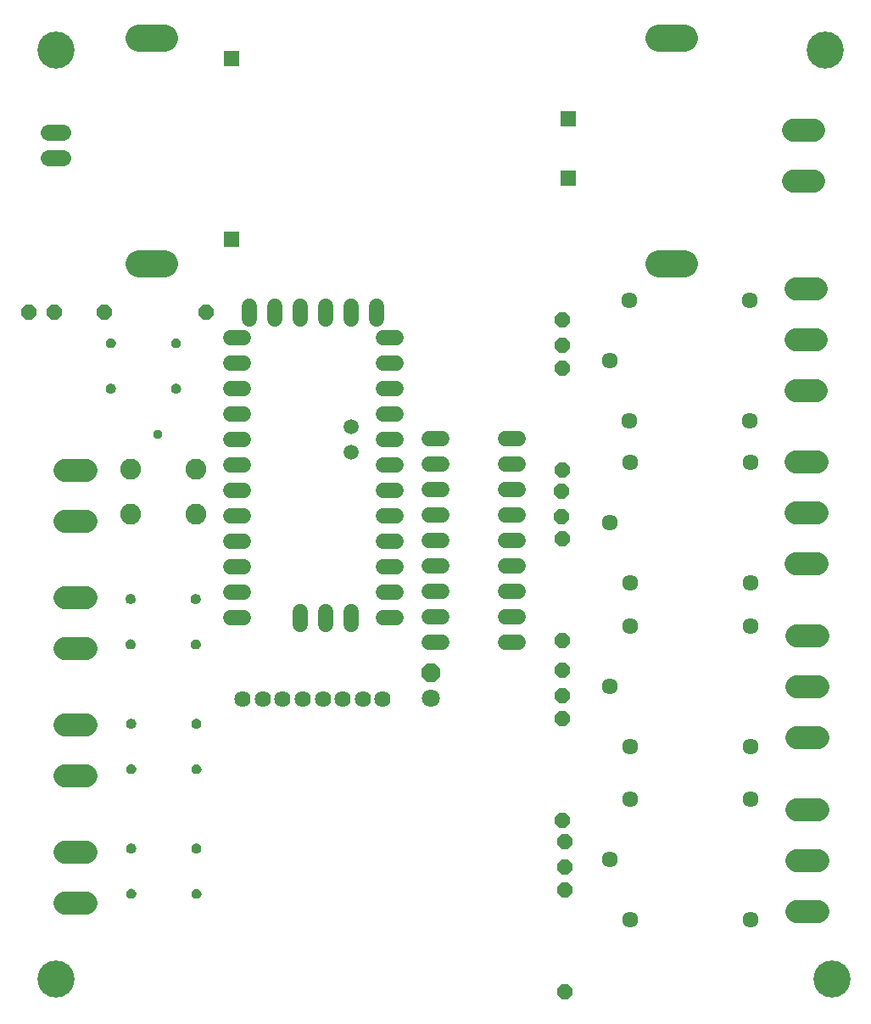
<source format=gbr>
G04 EAGLE Gerber RS-274X export*
G75*
%MOMM*%
%FSLAX34Y34*%
%LPD*%
%INSoldermask Top*%
%IPPOS*%
%AMOC8*
5,1,8,0,0,1.08239X$1,22.5*%
G01*
%ADD10C,3.703200*%
%ADD11P,1.951982X8X112.500000*%
%ADD12C,1.803400*%
%ADD13C,2.743200*%
%ADD14P,1.649562X8X112.500000*%
%ADD15P,1.649562X8X292.500000*%
%ADD16C,2.082800*%
%ADD17C,1.625600*%
%ADD18C,1.511200*%
%ADD19C,1.511200*%
%ADD20R,1.511200X1.511200*%
%ADD21C,1.524000*%
%ADD22P,1.649562X8X202.500000*%
%ADD23P,1.649562X8X22.500000*%
%ADD24C,2.298700*%
%ADD25C,1.625600*%
%ADD26C,1.611200*%
%ADD27C,0.959600*%

G36*
X165649Y667323D02*
X165649Y667323D01*
X165697Y667337D01*
X165787Y667355D01*
X166696Y667676D01*
X166740Y667701D01*
X166824Y667738D01*
X167639Y668253D01*
X167676Y668287D01*
X167749Y668342D01*
X168429Y669026D01*
X168458Y669067D01*
X168517Y669137D01*
X169028Y669955D01*
X169046Y670002D01*
X169089Y670083D01*
X169404Y670994D01*
X169412Y671044D01*
X169436Y671133D01*
X169541Y672091D01*
X169538Y672121D01*
X169544Y672160D01*
X169544Y672261D01*
X169539Y672289D01*
X169541Y672325D01*
X169442Y673298D01*
X169429Y673347D01*
X169412Y673437D01*
X169100Y674364D01*
X169075Y674408D01*
X169040Y674493D01*
X168529Y675327D01*
X168495Y675365D01*
X168441Y675439D01*
X167757Y676139D01*
X167716Y676168D01*
X167647Y676228D01*
X166825Y676758D01*
X166778Y676778D01*
X166698Y676822D01*
X165778Y677155D01*
X165729Y677164D01*
X165640Y677189D01*
X164669Y677309D01*
X164659Y677309D01*
X164647Y677312D01*
X164344Y677339D01*
X164294Y677334D01*
X164195Y677334D01*
X163238Y677192D01*
X163190Y677176D01*
X163100Y677156D01*
X162198Y676804D01*
X162155Y676778D01*
X162073Y676738D01*
X161272Y676195D01*
X161236Y676159D01*
X161164Y676102D01*
X160504Y675394D01*
X160477Y675352D01*
X160420Y675280D01*
X159934Y674443D01*
X159917Y674395D01*
X159877Y674312D01*
X159590Y673388D01*
X159584Y673338D01*
X159563Y673248D01*
X159497Y672383D01*
X159495Y672375D01*
X159495Y672357D01*
X159492Y672316D01*
X159488Y672287D01*
X159488Y672235D01*
X159493Y672208D01*
X159596Y671241D01*
X159610Y671193D01*
X159627Y671102D01*
X159946Y670172D01*
X159971Y670128D01*
X160007Y670043D01*
X160526Y669207D01*
X160559Y669170D01*
X160614Y669096D01*
X161305Y668396D01*
X161347Y668367D01*
X161416Y668306D01*
X162246Y667778D01*
X162293Y667759D01*
X162374Y667716D01*
X163301Y667385D01*
X163351Y667377D01*
X163439Y667353D01*
X164392Y667240D01*
X164496Y667220D01*
X164500Y667220D01*
X164503Y667218D01*
X164691Y667212D01*
X165649Y667323D01*
G37*
G36*
X100625Y667298D02*
X100625Y667298D01*
X100673Y667312D01*
X100763Y667330D01*
X101672Y667651D01*
X101716Y667676D01*
X101800Y667713D01*
X102615Y668228D01*
X102652Y668262D01*
X102725Y668317D01*
X103405Y669001D01*
X103434Y669042D01*
X103493Y669112D01*
X104004Y669930D01*
X104022Y669977D01*
X104065Y670058D01*
X104380Y670969D01*
X104388Y671019D01*
X104412Y671108D01*
X104517Y672066D01*
X104514Y672096D01*
X104520Y672135D01*
X104520Y672236D01*
X104515Y672264D01*
X104517Y672300D01*
X104418Y673273D01*
X104405Y673322D01*
X104388Y673412D01*
X104076Y674339D01*
X104051Y674383D01*
X104016Y674468D01*
X103505Y675302D01*
X103471Y675340D01*
X103417Y675414D01*
X102733Y676114D01*
X102692Y676143D01*
X102623Y676203D01*
X101801Y676733D01*
X101754Y676753D01*
X101674Y676797D01*
X100754Y677130D01*
X100705Y677139D01*
X100616Y677164D01*
X99645Y677284D01*
X99635Y677284D01*
X99623Y677287D01*
X99320Y677314D01*
X99270Y677309D01*
X99171Y677309D01*
X98214Y677167D01*
X98166Y677151D01*
X98076Y677131D01*
X97174Y676779D01*
X97131Y676753D01*
X97049Y676713D01*
X96248Y676170D01*
X96212Y676134D01*
X96140Y676077D01*
X95480Y675369D01*
X95453Y675327D01*
X95396Y675255D01*
X94910Y674418D01*
X94893Y674370D01*
X94853Y674287D01*
X94566Y673363D01*
X94560Y673313D01*
X94539Y673223D01*
X94473Y672358D01*
X94471Y672350D01*
X94471Y672332D01*
X94468Y672291D01*
X94464Y672262D01*
X94464Y672210D01*
X94469Y672183D01*
X94572Y671216D01*
X94586Y671168D01*
X94603Y671077D01*
X94922Y670147D01*
X94947Y670103D01*
X94983Y670018D01*
X95502Y669182D01*
X95535Y669145D01*
X95590Y669071D01*
X96281Y668371D01*
X96323Y668342D01*
X96392Y668281D01*
X97222Y667753D01*
X97269Y667734D01*
X97350Y667691D01*
X98277Y667360D01*
X98327Y667352D01*
X98415Y667328D01*
X99368Y667215D01*
X99472Y667195D01*
X99476Y667195D01*
X99479Y667193D01*
X99667Y667187D01*
X100625Y667298D01*
G37*
G36*
X100625Y622060D02*
X100625Y622060D01*
X100673Y622074D01*
X100763Y622092D01*
X101672Y622413D01*
X101716Y622438D01*
X101800Y622475D01*
X102615Y622990D01*
X102652Y623024D01*
X102725Y623079D01*
X103405Y623763D01*
X103434Y623804D01*
X103493Y623874D01*
X104004Y624692D01*
X104022Y624739D01*
X104065Y624820D01*
X104380Y625731D01*
X104388Y625781D01*
X104412Y625870D01*
X104517Y626828D01*
X104514Y626858D01*
X104520Y626897D01*
X104520Y626998D01*
X104515Y627026D01*
X104517Y627062D01*
X104418Y628035D01*
X104405Y628084D01*
X104388Y628174D01*
X104076Y629101D01*
X104051Y629145D01*
X104016Y629230D01*
X103505Y630064D01*
X103471Y630102D01*
X103417Y630176D01*
X102733Y630876D01*
X102692Y630905D01*
X102623Y630965D01*
X101801Y631495D01*
X101754Y631515D01*
X101674Y631559D01*
X100754Y631892D01*
X100705Y631901D01*
X100616Y631926D01*
X99645Y632046D01*
X99635Y632046D01*
X99623Y632049D01*
X99320Y632076D01*
X99270Y632071D01*
X99171Y632071D01*
X98214Y631929D01*
X98166Y631913D01*
X98076Y631893D01*
X97174Y631541D01*
X97131Y631515D01*
X97049Y631475D01*
X96248Y630932D01*
X96212Y630896D01*
X96140Y630839D01*
X95480Y630131D01*
X95453Y630089D01*
X95396Y630017D01*
X94910Y629180D01*
X94893Y629132D01*
X94853Y629049D01*
X94566Y628125D01*
X94560Y628075D01*
X94539Y627985D01*
X94473Y627120D01*
X94471Y627112D01*
X94471Y627094D01*
X94468Y627053D01*
X94464Y627024D01*
X94464Y626972D01*
X94469Y626945D01*
X94572Y625978D01*
X94586Y625930D01*
X94603Y625839D01*
X94922Y624909D01*
X94947Y624865D01*
X94983Y624780D01*
X95502Y623944D01*
X95535Y623907D01*
X95590Y623833D01*
X96281Y623133D01*
X96323Y623104D01*
X96392Y623043D01*
X97222Y622515D01*
X97269Y622496D01*
X97350Y622453D01*
X98277Y622122D01*
X98327Y622114D01*
X98415Y622090D01*
X99368Y621977D01*
X99472Y621957D01*
X99476Y621957D01*
X99479Y621955D01*
X99667Y621949D01*
X100625Y622060D01*
G37*
G36*
X165700Y622035D02*
X165700Y622035D01*
X165748Y622049D01*
X165838Y622067D01*
X166747Y622388D01*
X166791Y622413D01*
X166875Y622450D01*
X167690Y622965D01*
X167727Y622999D01*
X167800Y623054D01*
X168480Y623738D01*
X168509Y623779D01*
X168568Y623849D01*
X169079Y624667D01*
X169097Y624714D01*
X169140Y624795D01*
X169455Y625706D01*
X169463Y625756D01*
X169487Y625845D01*
X169592Y626803D01*
X169589Y626833D01*
X169595Y626872D01*
X169595Y626973D01*
X169590Y627001D01*
X169592Y627037D01*
X169493Y628010D01*
X169480Y628059D01*
X169463Y628149D01*
X169151Y629076D01*
X169126Y629120D01*
X169091Y629205D01*
X168580Y630039D01*
X168546Y630077D01*
X168492Y630151D01*
X167808Y630851D01*
X167767Y630880D01*
X167698Y630940D01*
X166876Y631470D01*
X166829Y631490D01*
X166749Y631534D01*
X165829Y631867D01*
X165780Y631876D01*
X165691Y631901D01*
X164720Y632021D01*
X164710Y632021D01*
X164698Y632024D01*
X164395Y632051D01*
X164345Y632046D01*
X164246Y632046D01*
X163289Y631904D01*
X163241Y631888D01*
X163151Y631868D01*
X162249Y631516D01*
X162206Y631490D01*
X162124Y631450D01*
X161323Y630907D01*
X161287Y630871D01*
X161215Y630814D01*
X160555Y630106D01*
X160528Y630064D01*
X160471Y629992D01*
X159985Y629155D01*
X159968Y629107D01*
X159928Y629024D01*
X159641Y628100D01*
X159635Y628050D01*
X159614Y627960D01*
X159548Y627095D01*
X159546Y627087D01*
X159546Y627069D01*
X159543Y627028D01*
X159539Y626999D01*
X159539Y626947D01*
X159544Y626920D01*
X159647Y625953D01*
X159661Y625905D01*
X159678Y625814D01*
X159997Y624884D01*
X160022Y624840D01*
X160058Y624755D01*
X160577Y623919D01*
X160610Y623882D01*
X160665Y623808D01*
X161356Y623108D01*
X161398Y623079D01*
X161467Y623018D01*
X162297Y622490D01*
X162344Y622471D01*
X162425Y622428D01*
X163352Y622097D01*
X163402Y622089D01*
X163490Y622065D01*
X164443Y621952D01*
X164547Y621932D01*
X164551Y621932D01*
X164554Y621930D01*
X164742Y621924D01*
X165700Y622035D01*
G37*
G36*
X185334Y412053D02*
X185334Y412053D01*
X185382Y412067D01*
X185472Y412085D01*
X186381Y412406D01*
X186425Y412431D01*
X186509Y412468D01*
X187324Y412983D01*
X187361Y413017D01*
X187434Y413072D01*
X188114Y413756D01*
X188143Y413797D01*
X188202Y413867D01*
X188713Y414685D01*
X188731Y414732D01*
X188774Y414813D01*
X189089Y415724D01*
X189097Y415774D01*
X189121Y415863D01*
X189226Y416821D01*
X189223Y416851D01*
X189229Y416890D01*
X189229Y416991D01*
X189224Y417019D01*
X189226Y417055D01*
X189127Y418028D01*
X189114Y418077D01*
X189097Y418167D01*
X188785Y419094D01*
X188760Y419138D01*
X188725Y419223D01*
X188214Y420057D01*
X188180Y420095D01*
X188126Y420169D01*
X187442Y420869D01*
X187401Y420898D01*
X187332Y420958D01*
X186510Y421488D01*
X186463Y421508D01*
X186383Y421552D01*
X185463Y421885D01*
X185414Y421894D01*
X185325Y421919D01*
X184354Y422039D01*
X184344Y422039D01*
X184332Y422042D01*
X184029Y422069D01*
X183979Y422064D01*
X183880Y422064D01*
X182923Y421922D01*
X182875Y421906D01*
X182785Y421886D01*
X181883Y421534D01*
X181840Y421508D01*
X181758Y421468D01*
X180957Y420925D01*
X180921Y420889D01*
X180849Y420832D01*
X180189Y420124D01*
X180162Y420082D01*
X180105Y420010D01*
X179619Y419173D01*
X179602Y419125D01*
X179562Y419042D01*
X179275Y418118D01*
X179269Y418068D01*
X179248Y417978D01*
X179182Y417113D01*
X179180Y417105D01*
X179180Y417087D01*
X179177Y417046D01*
X179173Y417017D01*
X179173Y416965D01*
X179178Y416938D01*
X179281Y415971D01*
X179295Y415923D01*
X179312Y415832D01*
X179631Y414902D01*
X179656Y414858D01*
X179692Y414773D01*
X180211Y413937D01*
X180244Y413900D01*
X180299Y413826D01*
X180990Y413126D01*
X181032Y413097D01*
X181101Y413036D01*
X181931Y412508D01*
X181978Y412489D01*
X182059Y412446D01*
X182986Y412115D01*
X183036Y412107D01*
X183124Y412083D01*
X184077Y411970D01*
X184181Y411950D01*
X184185Y411950D01*
X184188Y411948D01*
X184376Y411942D01*
X185334Y412053D01*
G37*
G36*
X120310Y412028D02*
X120310Y412028D01*
X120358Y412042D01*
X120448Y412060D01*
X121357Y412381D01*
X121401Y412406D01*
X121485Y412443D01*
X122300Y412958D01*
X122337Y412992D01*
X122410Y413047D01*
X123090Y413731D01*
X123119Y413772D01*
X123178Y413842D01*
X123689Y414660D01*
X123707Y414707D01*
X123750Y414788D01*
X124065Y415699D01*
X124073Y415749D01*
X124097Y415838D01*
X124202Y416796D01*
X124199Y416826D01*
X124205Y416865D01*
X124205Y416966D01*
X124200Y416994D01*
X124202Y417030D01*
X124103Y418003D01*
X124090Y418052D01*
X124073Y418142D01*
X123761Y419069D01*
X123736Y419113D01*
X123701Y419198D01*
X123190Y420032D01*
X123156Y420070D01*
X123102Y420144D01*
X122418Y420844D01*
X122377Y420873D01*
X122308Y420933D01*
X121486Y421463D01*
X121439Y421483D01*
X121359Y421527D01*
X120439Y421860D01*
X120390Y421869D01*
X120301Y421894D01*
X119330Y422014D01*
X119320Y422014D01*
X119308Y422017D01*
X119005Y422044D01*
X118955Y422039D01*
X118856Y422039D01*
X117899Y421897D01*
X117851Y421881D01*
X117761Y421861D01*
X116859Y421509D01*
X116816Y421483D01*
X116734Y421443D01*
X115933Y420900D01*
X115897Y420864D01*
X115825Y420807D01*
X115165Y420099D01*
X115138Y420057D01*
X115081Y419985D01*
X114595Y419148D01*
X114578Y419100D01*
X114538Y419017D01*
X114251Y418093D01*
X114245Y418043D01*
X114224Y417953D01*
X114158Y417088D01*
X114156Y417080D01*
X114156Y417062D01*
X114153Y417021D01*
X114149Y416992D01*
X114149Y416940D01*
X114154Y416913D01*
X114257Y415946D01*
X114271Y415898D01*
X114288Y415807D01*
X114607Y414877D01*
X114632Y414833D01*
X114668Y414748D01*
X115187Y413912D01*
X115220Y413875D01*
X115275Y413801D01*
X115966Y413101D01*
X116008Y413072D01*
X116077Y413011D01*
X116907Y412483D01*
X116954Y412464D01*
X117035Y412421D01*
X117962Y412090D01*
X118012Y412082D01*
X118100Y412058D01*
X119053Y411945D01*
X119157Y411925D01*
X119161Y411925D01*
X119164Y411923D01*
X119352Y411917D01*
X120310Y412028D01*
G37*
G36*
X120310Y366790D02*
X120310Y366790D01*
X120358Y366804D01*
X120448Y366822D01*
X121357Y367143D01*
X121401Y367168D01*
X121485Y367205D01*
X122300Y367720D01*
X122337Y367754D01*
X122410Y367809D01*
X123090Y368493D01*
X123119Y368534D01*
X123178Y368604D01*
X123689Y369422D01*
X123707Y369469D01*
X123750Y369550D01*
X124065Y370461D01*
X124073Y370511D01*
X124097Y370600D01*
X124202Y371558D01*
X124199Y371588D01*
X124205Y371627D01*
X124205Y371728D01*
X124200Y371756D01*
X124202Y371792D01*
X124103Y372765D01*
X124090Y372814D01*
X124073Y372904D01*
X123761Y373831D01*
X123736Y373875D01*
X123701Y373960D01*
X123190Y374794D01*
X123156Y374832D01*
X123102Y374906D01*
X122418Y375606D01*
X122377Y375635D01*
X122308Y375695D01*
X121486Y376225D01*
X121439Y376245D01*
X121359Y376289D01*
X120439Y376622D01*
X120390Y376631D01*
X120301Y376656D01*
X119330Y376776D01*
X119320Y376776D01*
X119308Y376779D01*
X119005Y376806D01*
X118955Y376801D01*
X118856Y376801D01*
X117899Y376659D01*
X117851Y376643D01*
X117761Y376623D01*
X116859Y376271D01*
X116816Y376245D01*
X116734Y376205D01*
X115933Y375662D01*
X115897Y375626D01*
X115825Y375569D01*
X115165Y374861D01*
X115138Y374819D01*
X115081Y374747D01*
X114595Y373910D01*
X114578Y373862D01*
X114538Y373779D01*
X114251Y372855D01*
X114245Y372805D01*
X114224Y372715D01*
X114158Y371850D01*
X114156Y371842D01*
X114156Y371824D01*
X114153Y371783D01*
X114149Y371754D01*
X114149Y371702D01*
X114154Y371675D01*
X114257Y370708D01*
X114271Y370660D01*
X114288Y370569D01*
X114607Y369639D01*
X114632Y369595D01*
X114668Y369510D01*
X115187Y368674D01*
X115220Y368637D01*
X115275Y368563D01*
X115966Y367863D01*
X116008Y367834D01*
X116077Y367773D01*
X116907Y367245D01*
X116954Y367226D01*
X117035Y367183D01*
X117962Y366852D01*
X118012Y366844D01*
X118100Y366820D01*
X119053Y366707D01*
X119157Y366687D01*
X119161Y366687D01*
X119164Y366685D01*
X119352Y366679D01*
X120310Y366790D01*
G37*
G36*
X185385Y366765D02*
X185385Y366765D01*
X185433Y366779D01*
X185523Y366797D01*
X186432Y367118D01*
X186476Y367143D01*
X186560Y367180D01*
X187375Y367695D01*
X187412Y367729D01*
X187485Y367784D01*
X188165Y368468D01*
X188194Y368509D01*
X188253Y368579D01*
X188764Y369397D01*
X188782Y369444D01*
X188825Y369525D01*
X189140Y370436D01*
X189148Y370486D01*
X189172Y370575D01*
X189277Y371533D01*
X189274Y371563D01*
X189280Y371602D01*
X189280Y371703D01*
X189275Y371731D01*
X189277Y371767D01*
X189178Y372740D01*
X189165Y372789D01*
X189148Y372879D01*
X188836Y373806D01*
X188811Y373850D01*
X188776Y373935D01*
X188265Y374769D01*
X188231Y374807D01*
X188177Y374881D01*
X187493Y375581D01*
X187452Y375610D01*
X187383Y375670D01*
X186561Y376200D01*
X186514Y376220D01*
X186434Y376264D01*
X185514Y376597D01*
X185465Y376606D01*
X185376Y376631D01*
X184405Y376751D01*
X184395Y376751D01*
X184383Y376754D01*
X184080Y376781D01*
X184030Y376776D01*
X183931Y376776D01*
X182974Y376634D01*
X182926Y376618D01*
X182836Y376598D01*
X181934Y376246D01*
X181891Y376220D01*
X181809Y376180D01*
X181008Y375637D01*
X180972Y375601D01*
X180900Y375544D01*
X180240Y374836D01*
X180213Y374794D01*
X180156Y374722D01*
X179670Y373885D01*
X179653Y373837D01*
X179613Y373754D01*
X179326Y372830D01*
X179320Y372780D01*
X179299Y372690D01*
X179233Y371825D01*
X179231Y371817D01*
X179231Y371799D01*
X179228Y371758D01*
X179224Y371729D01*
X179224Y371677D01*
X179229Y371650D01*
X179332Y370683D01*
X179346Y370635D01*
X179363Y370544D01*
X179682Y369614D01*
X179707Y369570D01*
X179743Y369485D01*
X180262Y368649D01*
X180295Y368612D01*
X180350Y368538D01*
X181041Y367838D01*
X181083Y367809D01*
X181152Y367748D01*
X181982Y367220D01*
X182029Y367201D01*
X182110Y367158D01*
X183037Y366827D01*
X183087Y366819D01*
X183175Y366795D01*
X184128Y366682D01*
X184232Y366662D01*
X184236Y366662D01*
X184239Y366660D01*
X184427Y366654D01*
X185385Y366765D01*
G37*
G36*
X185969Y287593D02*
X185969Y287593D01*
X186017Y287607D01*
X186107Y287625D01*
X187016Y287946D01*
X187060Y287971D01*
X187144Y288008D01*
X187959Y288523D01*
X187996Y288557D01*
X188069Y288612D01*
X188749Y289296D01*
X188778Y289337D01*
X188837Y289407D01*
X189348Y290225D01*
X189366Y290272D01*
X189409Y290353D01*
X189724Y291264D01*
X189732Y291314D01*
X189756Y291403D01*
X189861Y292361D01*
X189858Y292391D01*
X189864Y292430D01*
X189864Y292531D01*
X189859Y292559D01*
X189861Y292595D01*
X189762Y293568D01*
X189749Y293617D01*
X189732Y293707D01*
X189420Y294634D01*
X189395Y294678D01*
X189360Y294763D01*
X188849Y295597D01*
X188815Y295635D01*
X188761Y295709D01*
X188077Y296409D01*
X188036Y296438D01*
X187967Y296498D01*
X187145Y297028D01*
X187098Y297048D01*
X187018Y297092D01*
X186098Y297425D01*
X186049Y297434D01*
X185960Y297459D01*
X184989Y297579D01*
X184979Y297579D01*
X184967Y297582D01*
X184664Y297609D01*
X184614Y297604D01*
X184515Y297604D01*
X183558Y297462D01*
X183510Y297446D01*
X183420Y297426D01*
X182518Y297074D01*
X182475Y297048D01*
X182393Y297008D01*
X181592Y296465D01*
X181556Y296429D01*
X181484Y296372D01*
X180824Y295664D01*
X180797Y295622D01*
X180740Y295550D01*
X180254Y294713D01*
X180237Y294665D01*
X180197Y294582D01*
X179910Y293658D01*
X179904Y293608D01*
X179883Y293518D01*
X179817Y292653D01*
X179815Y292645D01*
X179815Y292627D01*
X179812Y292586D01*
X179808Y292557D01*
X179808Y292505D01*
X179813Y292478D01*
X179916Y291511D01*
X179930Y291463D01*
X179947Y291372D01*
X180266Y290442D01*
X180291Y290398D01*
X180327Y290313D01*
X180846Y289477D01*
X180879Y289440D01*
X180934Y289366D01*
X181625Y288666D01*
X181667Y288637D01*
X181736Y288576D01*
X182566Y288048D01*
X182613Y288029D01*
X182694Y287986D01*
X183621Y287655D01*
X183671Y287647D01*
X183759Y287623D01*
X184712Y287510D01*
X184816Y287490D01*
X184820Y287490D01*
X184823Y287488D01*
X185011Y287482D01*
X185969Y287593D01*
G37*
G36*
X120945Y287568D02*
X120945Y287568D01*
X120993Y287582D01*
X121083Y287600D01*
X121992Y287921D01*
X122036Y287946D01*
X122120Y287983D01*
X122935Y288498D01*
X122972Y288532D01*
X123045Y288587D01*
X123725Y289271D01*
X123754Y289312D01*
X123813Y289382D01*
X124324Y290200D01*
X124342Y290247D01*
X124385Y290328D01*
X124700Y291239D01*
X124708Y291289D01*
X124732Y291378D01*
X124837Y292336D01*
X124834Y292366D01*
X124840Y292405D01*
X124840Y292506D01*
X124835Y292534D01*
X124837Y292570D01*
X124738Y293543D01*
X124725Y293592D01*
X124708Y293682D01*
X124396Y294609D01*
X124371Y294653D01*
X124336Y294738D01*
X123825Y295572D01*
X123791Y295610D01*
X123737Y295684D01*
X123053Y296384D01*
X123012Y296413D01*
X122943Y296473D01*
X122121Y297003D01*
X122074Y297023D01*
X121994Y297067D01*
X121074Y297400D01*
X121025Y297409D01*
X120936Y297434D01*
X119965Y297554D01*
X119955Y297554D01*
X119943Y297557D01*
X119640Y297584D01*
X119590Y297579D01*
X119491Y297579D01*
X118534Y297437D01*
X118486Y297421D01*
X118396Y297401D01*
X117494Y297049D01*
X117451Y297023D01*
X117369Y296983D01*
X116568Y296440D01*
X116532Y296404D01*
X116460Y296347D01*
X115800Y295639D01*
X115773Y295597D01*
X115716Y295525D01*
X115230Y294688D01*
X115213Y294640D01*
X115173Y294557D01*
X114886Y293633D01*
X114880Y293583D01*
X114859Y293493D01*
X114793Y292628D01*
X114791Y292620D01*
X114791Y292602D01*
X114788Y292561D01*
X114784Y292532D01*
X114784Y292480D01*
X114789Y292453D01*
X114892Y291486D01*
X114906Y291438D01*
X114923Y291347D01*
X115242Y290417D01*
X115267Y290373D01*
X115303Y290288D01*
X115822Y289452D01*
X115855Y289415D01*
X115910Y289341D01*
X116601Y288641D01*
X116643Y288612D01*
X116712Y288551D01*
X117542Y288023D01*
X117589Y288004D01*
X117670Y287961D01*
X118597Y287630D01*
X118647Y287622D01*
X118735Y287598D01*
X119688Y287485D01*
X119792Y287465D01*
X119796Y287465D01*
X119799Y287463D01*
X119987Y287457D01*
X120945Y287568D01*
G37*
G36*
X120945Y242330D02*
X120945Y242330D01*
X120993Y242344D01*
X121083Y242362D01*
X121992Y242683D01*
X122036Y242708D01*
X122120Y242745D01*
X122935Y243260D01*
X122972Y243294D01*
X123045Y243349D01*
X123725Y244033D01*
X123754Y244074D01*
X123813Y244144D01*
X124324Y244962D01*
X124342Y245009D01*
X124385Y245090D01*
X124700Y246001D01*
X124708Y246051D01*
X124732Y246140D01*
X124837Y247098D01*
X124834Y247128D01*
X124840Y247167D01*
X124840Y247268D01*
X124835Y247296D01*
X124837Y247332D01*
X124738Y248305D01*
X124725Y248354D01*
X124708Y248444D01*
X124396Y249371D01*
X124371Y249415D01*
X124336Y249500D01*
X123825Y250334D01*
X123791Y250372D01*
X123737Y250446D01*
X123053Y251146D01*
X123012Y251175D01*
X122943Y251235D01*
X122121Y251765D01*
X122074Y251785D01*
X121994Y251829D01*
X121074Y252162D01*
X121025Y252171D01*
X120936Y252196D01*
X119965Y252316D01*
X119955Y252316D01*
X119943Y252319D01*
X119640Y252346D01*
X119590Y252341D01*
X119491Y252341D01*
X118534Y252199D01*
X118486Y252183D01*
X118396Y252163D01*
X117494Y251811D01*
X117451Y251785D01*
X117369Y251745D01*
X116568Y251202D01*
X116532Y251166D01*
X116460Y251109D01*
X115800Y250401D01*
X115773Y250359D01*
X115716Y250287D01*
X115230Y249450D01*
X115213Y249402D01*
X115173Y249319D01*
X114886Y248395D01*
X114880Y248345D01*
X114859Y248255D01*
X114793Y247390D01*
X114791Y247382D01*
X114791Y247364D01*
X114788Y247323D01*
X114784Y247294D01*
X114784Y247242D01*
X114789Y247215D01*
X114892Y246248D01*
X114906Y246200D01*
X114923Y246109D01*
X115242Y245179D01*
X115267Y245135D01*
X115303Y245050D01*
X115822Y244214D01*
X115855Y244177D01*
X115910Y244103D01*
X116601Y243403D01*
X116643Y243374D01*
X116712Y243313D01*
X117542Y242785D01*
X117589Y242766D01*
X117670Y242723D01*
X118597Y242392D01*
X118647Y242384D01*
X118735Y242360D01*
X119688Y242247D01*
X119792Y242227D01*
X119796Y242227D01*
X119799Y242225D01*
X119987Y242219D01*
X120945Y242330D01*
G37*
G36*
X186020Y242305D02*
X186020Y242305D01*
X186068Y242319D01*
X186158Y242337D01*
X187067Y242658D01*
X187111Y242683D01*
X187195Y242720D01*
X188010Y243235D01*
X188047Y243269D01*
X188120Y243324D01*
X188800Y244008D01*
X188829Y244049D01*
X188888Y244119D01*
X189399Y244937D01*
X189417Y244984D01*
X189460Y245065D01*
X189775Y245976D01*
X189783Y246026D01*
X189807Y246115D01*
X189912Y247073D01*
X189909Y247103D01*
X189915Y247142D01*
X189915Y247243D01*
X189910Y247271D01*
X189912Y247307D01*
X189813Y248280D01*
X189800Y248329D01*
X189783Y248419D01*
X189471Y249346D01*
X189446Y249390D01*
X189411Y249475D01*
X188900Y250309D01*
X188866Y250347D01*
X188812Y250421D01*
X188128Y251121D01*
X188087Y251150D01*
X188018Y251210D01*
X187196Y251740D01*
X187149Y251760D01*
X187069Y251804D01*
X186149Y252137D01*
X186100Y252146D01*
X186011Y252171D01*
X185040Y252291D01*
X185030Y252291D01*
X185018Y252294D01*
X184715Y252321D01*
X184665Y252316D01*
X184566Y252316D01*
X183609Y252174D01*
X183561Y252158D01*
X183471Y252138D01*
X182569Y251786D01*
X182526Y251760D01*
X182444Y251720D01*
X181643Y251177D01*
X181607Y251141D01*
X181535Y251084D01*
X180875Y250376D01*
X180848Y250334D01*
X180791Y250262D01*
X180305Y249425D01*
X180288Y249377D01*
X180248Y249294D01*
X179961Y248370D01*
X179955Y248320D01*
X179934Y248230D01*
X179868Y247365D01*
X179866Y247357D01*
X179866Y247339D01*
X179863Y247298D01*
X179859Y247269D01*
X179859Y247217D01*
X179864Y247190D01*
X179967Y246223D01*
X179981Y246175D01*
X179998Y246084D01*
X180317Y245154D01*
X180342Y245110D01*
X180378Y245025D01*
X180897Y244189D01*
X180930Y244152D01*
X180985Y244078D01*
X181676Y243378D01*
X181718Y243349D01*
X181787Y243288D01*
X182617Y242760D01*
X182664Y242741D01*
X182745Y242698D01*
X183672Y242367D01*
X183722Y242359D01*
X183810Y242335D01*
X184763Y242222D01*
X184867Y242202D01*
X184871Y242202D01*
X184874Y242200D01*
X185062Y242194D01*
X186020Y242305D01*
G37*
G36*
X185969Y163133D02*
X185969Y163133D01*
X186017Y163147D01*
X186107Y163165D01*
X187016Y163486D01*
X187060Y163511D01*
X187144Y163548D01*
X187959Y164063D01*
X187996Y164097D01*
X188069Y164152D01*
X188749Y164836D01*
X188778Y164877D01*
X188837Y164947D01*
X189348Y165765D01*
X189366Y165812D01*
X189409Y165893D01*
X189724Y166804D01*
X189732Y166854D01*
X189756Y166943D01*
X189861Y167901D01*
X189858Y167931D01*
X189864Y167970D01*
X189864Y168071D01*
X189859Y168099D01*
X189861Y168135D01*
X189762Y169108D01*
X189749Y169157D01*
X189732Y169247D01*
X189420Y170174D01*
X189395Y170218D01*
X189360Y170303D01*
X188849Y171137D01*
X188815Y171175D01*
X188761Y171249D01*
X188077Y171949D01*
X188036Y171978D01*
X187967Y172038D01*
X187145Y172568D01*
X187098Y172588D01*
X187018Y172632D01*
X186098Y172965D01*
X186049Y172974D01*
X185960Y172999D01*
X184989Y173119D01*
X184979Y173119D01*
X184967Y173122D01*
X184664Y173149D01*
X184614Y173144D01*
X184515Y173144D01*
X183558Y173002D01*
X183510Y172986D01*
X183420Y172966D01*
X182518Y172614D01*
X182475Y172588D01*
X182393Y172548D01*
X181592Y172005D01*
X181556Y171969D01*
X181484Y171912D01*
X180824Y171204D01*
X180797Y171162D01*
X180740Y171090D01*
X180254Y170253D01*
X180237Y170205D01*
X180197Y170122D01*
X179910Y169198D01*
X179904Y169148D01*
X179883Y169058D01*
X179817Y168193D01*
X179815Y168185D01*
X179815Y168167D01*
X179812Y168126D01*
X179808Y168097D01*
X179808Y168045D01*
X179813Y168018D01*
X179916Y167051D01*
X179930Y167003D01*
X179947Y166912D01*
X180266Y165982D01*
X180291Y165938D01*
X180327Y165853D01*
X180846Y165017D01*
X180879Y164980D01*
X180934Y164906D01*
X181625Y164206D01*
X181667Y164177D01*
X181736Y164116D01*
X182566Y163588D01*
X182613Y163569D01*
X182694Y163526D01*
X183621Y163195D01*
X183671Y163187D01*
X183759Y163163D01*
X184712Y163050D01*
X184816Y163030D01*
X184820Y163030D01*
X184823Y163028D01*
X185011Y163022D01*
X185969Y163133D01*
G37*
G36*
X120945Y163108D02*
X120945Y163108D01*
X120993Y163122D01*
X121083Y163140D01*
X121992Y163461D01*
X122036Y163486D01*
X122120Y163523D01*
X122935Y164038D01*
X122972Y164072D01*
X123045Y164127D01*
X123725Y164811D01*
X123754Y164852D01*
X123813Y164922D01*
X124324Y165740D01*
X124342Y165787D01*
X124385Y165868D01*
X124700Y166779D01*
X124708Y166829D01*
X124732Y166918D01*
X124837Y167876D01*
X124834Y167906D01*
X124840Y167945D01*
X124840Y168046D01*
X124835Y168074D01*
X124837Y168110D01*
X124738Y169083D01*
X124725Y169132D01*
X124708Y169222D01*
X124396Y170149D01*
X124371Y170193D01*
X124336Y170278D01*
X123825Y171112D01*
X123791Y171150D01*
X123737Y171224D01*
X123053Y171924D01*
X123012Y171953D01*
X122943Y172013D01*
X122121Y172543D01*
X122074Y172563D01*
X121994Y172607D01*
X121074Y172940D01*
X121025Y172949D01*
X120936Y172974D01*
X119965Y173094D01*
X119955Y173094D01*
X119943Y173097D01*
X119640Y173124D01*
X119590Y173119D01*
X119491Y173119D01*
X118534Y172977D01*
X118486Y172961D01*
X118396Y172941D01*
X117494Y172589D01*
X117451Y172563D01*
X117369Y172523D01*
X116568Y171980D01*
X116532Y171944D01*
X116460Y171887D01*
X115800Y171179D01*
X115773Y171137D01*
X115716Y171065D01*
X115230Y170228D01*
X115213Y170180D01*
X115173Y170097D01*
X114886Y169173D01*
X114880Y169123D01*
X114859Y169033D01*
X114793Y168168D01*
X114791Y168160D01*
X114791Y168142D01*
X114788Y168101D01*
X114784Y168072D01*
X114784Y168020D01*
X114789Y167993D01*
X114892Y167026D01*
X114906Y166978D01*
X114923Y166887D01*
X115242Y165957D01*
X115267Y165913D01*
X115303Y165828D01*
X115822Y164992D01*
X115855Y164955D01*
X115910Y164881D01*
X116601Y164181D01*
X116643Y164152D01*
X116712Y164091D01*
X117542Y163563D01*
X117589Y163544D01*
X117670Y163501D01*
X118597Y163170D01*
X118647Y163162D01*
X118735Y163138D01*
X119688Y163025D01*
X119792Y163005D01*
X119796Y163005D01*
X119799Y163003D01*
X119987Y162997D01*
X120945Y163108D01*
G37*
G36*
X120945Y117870D02*
X120945Y117870D01*
X120993Y117884D01*
X121083Y117902D01*
X121992Y118223D01*
X122036Y118248D01*
X122120Y118285D01*
X122935Y118800D01*
X122972Y118834D01*
X123045Y118889D01*
X123725Y119573D01*
X123754Y119614D01*
X123813Y119684D01*
X124324Y120502D01*
X124342Y120549D01*
X124385Y120630D01*
X124700Y121541D01*
X124708Y121591D01*
X124732Y121680D01*
X124837Y122638D01*
X124834Y122668D01*
X124840Y122707D01*
X124840Y122808D01*
X124835Y122836D01*
X124837Y122872D01*
X124738Y123845D01*
X124725Y123894D01*
X124708Y123984D01*
X124396Y124911D01*
X124371Y124955D01*
X124336Y125040D01*
X123825Y125874D01*
X123791Y125912D01*
X123737Y125986D01*
X123053Y126686D01*
X123012Y126715D01*
X122943Y126775D01*
X122121Y127305D01*
X122074Y127325D01*
X121994Y127369D01*
X121074Y127702D01*
X121025Y127711D01*
X120936Y127736D01*
X119965Y127856D01*
X119955Y127856D01*
X119943Y127859D01*
X119640Y127886D01*
X119590Y127881D01*
X119491Y127881D01*
X118534Y127739D01*
X118486Y127723D01*
X118396Y127703D01*
X117494Y127351D01*
X117451Y127325D01*
X117369Y127285D01*
X116568Y126742D01*
X116532Y126706D01*
X116460Y126649D01*
X115800Y125941D01*
X115773Y125899D01*
X115716Y125827D01*
X115230Y124990D01*
X115213Y124942D01*
X115173Y124859D01*
X114886Y123935D01*
X114880Y123885D01*
X114859Y123795D01*
X114793Y122930D01*
X114791Y122922D01*
X114791Y122904D01*
X114788Y122863D01*
X114784Y122834D01*
X114784Y122782D01*
X114789Y122755D01*
X114892Y121788D01*
X114906Y121740D01*
X114923Y121649D01*
X115242Y120719D01*
X115267Y120675D01*
X115303Y120590D01*
X115822Y119754D01*
X115855Y119717D01*
X115910Y119643D01*
X116601Y118943D01*
X116643Y118914D01*
X116712Y118853D01*
X117542Y118325D01*
X117589Y118306D01*
X117670Y118263D01*
X118597Y117932D01*
X118647Y117924D01*
X118735Y117900D01*
X119688Y117787D01*
X119792Y117767D01*
X119796Y117767D01*
X119799Y117765D01*
X119987Y117759D01*
X120945Y117870D01*
G37*
G36*
X186020Y117845D02*
X186020Y117845D01*
X186068Y117859D01*
X186158Y117877D01*
X187067Y118198D01*
X187111Y118223D01*
X187195Y118260D01*
X188010Y118775D01*
X188047Y118809D01*
X188120Y118864D01*
X188800Y119548D01*
X188829Y119589D01*
X188888Y119659D01*
X189399Y120477D01*
X189417Y120524D01*
X189460Y120605D01*
X189775Y121516D01*
X189783Y121566D01*
X189807Y121655D01*
X189912Y122613D01*
X189909Y122643D01*
X189915Y122682D01*
X189915Y122783D01*
X189910Y122811D01*
X189912Y122847D01*
X189813Y123820D01*
X189800Y123869D01*
X189783Y123959D01*
X189471Y124886D01*
X189446Y124930D01*
X189411Y125015D01*
X188900Y125849D01*
X188866Y125887D01*
X188812Y125961D01*
X188128Y126661D01*
X188087Y126690D01*
X188018Y126750D01*
X187196Y127280D01*
X187149Y127300D01*
X187069Y127344D01*
X186149Y127677D01*
X186100Y127686D01*
X186011Y127711D01*
X185040Y127831D01*
X185030Y127831D01*
X185018Y127834D01*
X184715Y127861D01*
X184665Y127856D01*
X184566Y127856D01*
X183609Y127714D01*
X183561Y127698D01*
X183471Y127678D01*
X182569Y127326D01*
X182526Y127300D01*
X182444Y127260D01*
X181643Y126717D01*
X181607Y126681D01*
X181535Y126624D01*
X180875Y125916D01*
X180848Y125874D01*
X180791Y125802D01*
X180305Y124965D01*
X180288Y124917D01*
X180248Y124834D01*
X179961Y123910D01*
X179955Y123860D01*
X179934Y123770D01*
X179868Y122905D01*
X179866Y122897D01*
X179866Y122879D01*
X179863Y122838D01*
X179859Y122809D01*
X179859Y122757D01*
X179864Y122730D01*
X179967Y121763D01*
X179981Y121715D01*
X179998Y121624D01*
X180317Y120694D01*
X180342Y120650D01*
X180378Y120565D01*
X180897Y119729D01*
X180930Y119692D01*
X180985Y119618D01*
X181676Y118918D01*
X181718Y118889D01*
X181787Y118828D01*
X182617Y118300D01*
X182664Y118281D01*
X182745Y118238D01*
X183672Y117907D01*
X183722Y117899D01*
X183810Y117875D01*
X184763Y117762D01*
X184867Y117742D01*
X184871Y117742D01*
X184874Y117740D01*
X185062Y117734D01*
X186020Y117845D01*
G37*
D10*
X44450Y965200D03*
X812800Y965200D03*
X819150Y38100D03*
X44450Y38100D03*
D11*
X419100Y343535D03*
D12*
X419100Y318135D03*
D13*
X647065Y751713D02*
X672465Y751713D01*
X672465Y976757D02*
X647065Y976757D01*
X153035Y751713D02*
X127635Y751713D01*
X127635Y976757D02*
X153035Y976757D01*
D14*
X549910Y670560D03*
X549910Y695960D03*
X549275Y499110D03*
X549275Y524510D03*
D15*
X550545Y647700D03*
X550545Y546100D03*
X549910Y476885D03*
X549910Y375285D03*
D16*
X184277Y501269D03*
X119253Y501269D03*
X184277Y546481D03*
X119253Y546481D03*
D17*
X370990Y317500D03*
X350990Y317500D03*
X330990Y317500D03*
X310990Y317500D03*
X290990Y317500D03*
X270990Y317500D03*
X250990Y317500D03*
X230990Y317500D03*
D18*
X238125Y696405D02*
X238125Y709485D01*
X263525Y709485D02*
X263525Y696405D01*
X288925Y696405D02*
X288925Y709485D01*
X314325Y709485D02*
X314325Y696405D01*
X339725Y696405D02*
X339725Y709485D01*
X365125Y709485D02*
X365125Y696405D01*
X231965Y677545D02*
X218885Y677545D01*
X218885Y652145D02*
X231965Y652145D01*
X231965Y626745D02*
X218885Y626745D01*
X218885Y601345D02*
X231965Y601345D01*
X231965Y575945D02*
X218885Y575945D01*
X218885Y550545D02*
X231965Y550545D01*
X231965Y525145D02*
X218885Y525145D01*
X218885Y499745D02*
X231965Y499745D01*
X231965Y474345D02*
X218885Y474345D01*
X218885Y448945D02*
X231965Y448945D01*
X231965Y423545D02*
X218885Y423545D01*
X218885Y398145D02*
X231965Y398145D01*
X371285Y677545D02*
X384365Y677545D01*
X384365Y652145D02*
X371285Y652145D01*
X371285Y626745D02*
X384365Y626745D01*
X384365Y601345D02*
X371285Y601345D01*
X371285Y575945D02*
X384365Y575945D01*
X384365Y550545D02*
X371285Y550545D01*
X371285Y525145D02*
X384365Y525145D01*
X384365Y499745D02*
X371285Y499745D01*
X371285Y474345D02*
X384365Y474345D01*
X384365Y448945D02*
X371285Y448945D01*
X371285Y423545D02*
X384365Y423545D01*
X384365Y398145D02*
X371285Y398145D01*
X339725Y404685D02*
X339725Y391605D01*
X314325Y391605D02*
X314325Y404685D01*
X288925Y404685D02*
X288925Y391605D01*
D19*
X339725Y588645D03*
X339725Y563245D03*
D20*
X555850Y896075D03*
X555850Y837075D03*
X219850Y776075D03*
X219850Y956075D03*
D21*
X416941Y577215D02*
X430149Y577215D01*
X430149Y551815D02*
X416941Y551815D01*
X416941Y424815D02*
X430149Y424815D01*
X430149Y399415D02*
X416941Y399415D01*
X416941Y526415D02*
X430149Y526415D01*
X430149Y501015D02*
X416941Y501015D01*
X416941Y450215D02*
X430149Y450215D01*
X430149Y475615D02*
X416941Y475615D01*
X416941Y374015D02*
X430149Y374015D01*
X493141Y374015D02*
X506349Y374015D01*
X506349Y399415D02*
X493141Y399415D01*
X493141Y424815D02*
X506349Y424815D01*
X506349Y450215D02*
X493141Y450215D01*
X493141Y475615D02*
X506349Y475615D01*
X506349Y501015D02*
X493141Y501015D01*
X493141Y526415D02*
X506349Y526415D01*
X506349Y551815D02*
X493141Y551815D01*
X493141Y577215D02*
X506349Y577215D01*
D15*
X549910Y297815D03*
X549910Y196215D03*
X552450Y127000D03*
X552450Y25400D03*
D14*
X549910Y320675D03*
X549910Y346075D03*
X552450Y149225D03*
X552450Y174625D03*
D22*
X194310Y702945D03*
X92710Y702945D03*
D23*
X17780Y703580D03*
X43180Y703580D03*
D24*
X780098Y834390D02*
X801053Y834390D01*
X801053Y885190D02*
X780098Y885190D01*
D25*
X51562Y882650D02*
X37338Y882650D01*
X37338Y857250D02*
X51562Y857250D01*
D26*
X737295Y594755D03*
X617295Y714755D03*
X597295Y654755D03*
X737295Y714755D03*
X617295Y594755D03*
X737930Y433465D03*
X617930Y553465D03*
X597930Y493465D03*
X737930Y553465D03*
X617930Y433465D03*
X737930Y269635D03*
X617930Y389635D03*
X597930Y329635D03*
X737930Y389635D03*
X617930Y269635D03*
X737930Y96915D03*
X617930Y216915D03*
X597930Y156915D03*
X737930Y216915D03*
X617930Y96915D03*
D24*
X782638Y625475D02*
X803593Y625475D01*
X803593Y676275D02*
X782638Y676275D01*
X782638Y727075D02*
X803593Y727075D01*
X804228Y452755D02*
X783273Y452755D01*
X783273Y503555D02*
X804228Y503555D01*
X804228Y554355D02*
X783273Y554355D01*
X783908Y279400D02*
X804863Y279400D01*
X804863Y330200D02*
X783908Y330200D01*
X783908Y381000D02*
X804863Y381000D01*
X804863Y105410D02*
X783908Y105410D01*
X783908Y156210D02*
X804863Y156210D01*
X804863Y207010D02*
X783908Y207010D01*
X73978Y546100D02*
X53023Y546100D01*
X53023Y495300D02*
X73978Y495300D01*
X73978Y419100D02*
X53023Y419100D01*
X53023Y368300D02*
X73978Y368300D01*
X73978Y292100D02*
X53023Y292100D01*
X53023Y241300D02*
X73978Y241300D01*
X73978Y165100D02*
X53023Y165100D01*
X53023Y114300D02*
X73978Y114300D01*
D27*
X146050Y581025D03*
M02*

</source>
